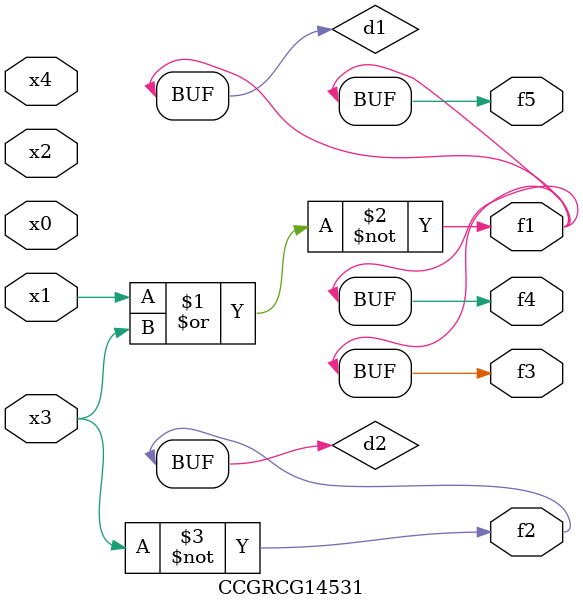
<source format=v>
module CCGRCG14531(
	input x0, x1, x2, x3, x4,
	output f1, f2, f3, f4, f5
);

	wire d1, d2;

	nor (d1, x1, x3);
	not (d2, x3);
	assign f1 = d1;
	assign f2 = d2;
	assign f3 = d1;
	assign f4 = d1;
	assign f5 = d1;
endmodule

</source>
